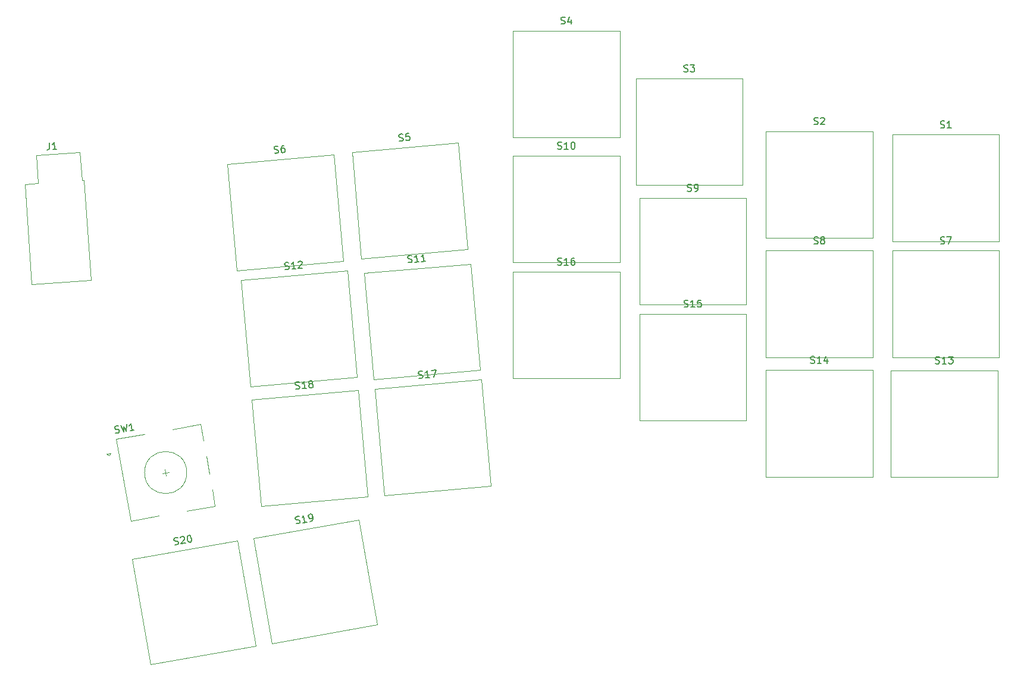
<source format=gbr>
%TF.GenerationSoftware,KiCad,Pcbnew,9.0.6-1.fc43*%
%TF.CreationDate,2026-01-15T13:14:43-05:00*%
%TF.ProjectId,Right,52696768-742e-46b6-9963-61645f706362,rev?*%
%TF.SameCoordinates,Original*%
%TF.FileFunction,Legend,Top*%
%TF.FilePolarity,Positive*%
%FSLAX46Y46*%
G04 Gerber Fmt 4.6, Leading zero omitted, Abs format (unit mm)*
G04 Created by KiCad (PCBNEW 9.0.6-1.fc43) date 2026-01-15 13:14:43*
%MOMM*%
%LPD*%
G01*
G04 APERTURE LIST*
%ADD10C,0.150000*%
%ADD11C,0.120000*%
G04 APERTURE END LIST*
D10*
X131846775Y-87568448D02*
X131993239Y-87603435D01*
X131993239Y-87603435D02*
X132230428Y-87582684D01*
X132230428Y-87582684D02*
X132321153Y-87526945D01*
X132321153Y-87526945D02*
X132364441Y-87475357D01*
X132364441Y-87475357D02*
X132403578Y-87376331D01*
X132403578Y-87376331D02*
X132395278Y-87281456D01*
X132395278Y-87281456D02*
X132339539Y-87190730D01*
X132339539Y-87190730D02*
X132287951Y-87147443D01*
X132287951Y-87147443D02*
X132188925Y-87108305D01*
X132188925Y-87108305D02*
X131995023Y-87077469D01*
X131995023Y-87077469D02*
X131895998Y-87038331D01*
X131895998Y-87038331D02*
X131844409Y-86995044D01*
X131844409Y-86995044D02*
X131788671Y-86904318D01*
X131788671Y-86904318D02*
X131780370Y-86809443D01*
X131780370Y-86809443D02*
X131819508Y-86710417D01*
X131819508Y-86710417D02*
X131862795Y-86658828D01*
X131862795Y-86658828D02*
X131953521Y-86603090D01*
X131953521Y-86603090D02*
X132190710Y-86582339D01*
X132190710Y-86582339D02*
X132337174Y-86617326D01*
X133368936Y-87483077D02*
X132799682Y-87532880D01*
X133084309Y-87507979D02*
X132997153Y-86511784D01*
X132997153Y-86511784D02*
X132914728Y-86662398D01*
X132914728Y-86662398D02*
X132828153Y-86765574D01*
X132828153Y-86765574D02*
X132737428Y-86821313D01*
X133669584Y-86548556D02*
X133712871Y-86496968D01*
X133712871Y-86496968D02*
X133803597Y-86441229D01*
X133803597Y-86441229D02*
X134040786Y-86420478D01*
X134040786Y-86420478D02*
X134139812Y-86459615D01*
X134139812Y-86459615D02*
X134191400Y-86502903D01*
X134191400Y-86502903D02*
X134247138Y-86593628D01*
X134247138Y-86593628D02*
X134255439Y-86688504D01*
X134255439Y-86688504D02*
X134220452Y-86834968D01*
X134220452Y-86834968D02*
X133701001Y-87454025D01*
X133701001Y-87454025D02*
X134317693Y-87400072D01*
X116138591Y-126752736D02*
X116287546Y-126774825D01*
X116287546Y-126774825D02*
X116522024Y-126733480D01*
X116522024Y-126733480D02*
X116607547Y-126670047D01*
X116607547Y-126670047D02*
X116646173Y-126614882D01*
X116646173Y-126614882D02*
X116676531Y-126512822D01*
X116676531Y-126512822D02*
X116659993Y-126419031D01*
X116659993Y-126419031D02*
X116596560Y-126333508D01*
X116596560Y-126333508D02*
X116541395Y-126294882D01*
X116541395Y-126294882D02*
X116439335Y-126264524D01*
X116439335Y-126264524D02*
X116243483Y-126250704D01*
X116243483Y-126250704D02*
X116141423Y-126220347D01*
X116141423Y-126220347D02*
X116086259Y-126181720D01*
X116086259Y-126181720D02*
X116022825Y-126096198D01*
X116022825Y-126096198D02*
X116006287Y-126002406D01*
X116006287Y-126002406D02*
X116036645Y-125900346D01*
X116036645Y-125900346D02*
X116075272Y-125845182D01*
X116075272Y-125845182D02*
X116160794Y-125781748D01*
X116160794Y-125781748D02*
X116395272Y-125740403D01*
X116395272Y-125740403D02*
X116544228Y-125762492D01*
X116927662Y-125743236D02*
X116966288Y-125688071D01*
X116966288Y-125688071D02*
X117051810Y-125624638D01*
X117051810Y-125624638D02*
X117286289Y-125583293D01*
X117286289Y-125583293D02*
X117388349Y-125613651D01*
X117388349Y-125613651D02*
X117443513Y-125652277D01*
X117443513Y-125652277D02*
X117506947Y-125737800D01*
X117506947Y-125737800D02*
X117523485Y-125831591D01*
X117523485Y-125831591D02*
X117501396Y-125980547D01*
X117501396Y-125980547D02*
X117037876Y-126642521D01*
X117037876Y-126642521D02*
X117647519Y-126535025D01*
X118083514Y-125442721D02*
X118177305Y-125426183D01*
X118177305Y-125426183D02*
X118279365Y-125456540D01*
X118279365Y-125456540D02*
X118334530Y-125495167D01*
X118334530Y-125495167D02*
X118397963Y-125580689D01*
X118397963Y-125580689D02*
X118477935Y-125760003D01*
X118477935Y-125760003D02*
X118519280Y-125994481D01*
X118519280Y-125994481D02*
X118505460Y-126190332D01*
X118505460Y-126190332D02*
X118475102Y-126292392D01*
X118475102Y-126292392D02*
X118436476Y-126347557D01*
X118436476Y-126347557D02*
X118350953Y-126410991D01*
X118350953Y-126410991D02*
X118257162Y-126427528D01*
X118257162Y-126427528D02*
X118155102Y-126397171D01*
X118155102Y-126397171D02*
X118099937Y-126358544D01*
X118099937Y-126358544D02*
X118036504Y-126273022D01*
X118036504Y-126273022D02*
X117956532Y-126093708D01*
X117956532Y-126093708D02*
X117915188Y-125859230D01*
X117915188Y-125859230D02*
X117929007Y-125663379D01*
X117929007Y-125663379D02*
X117959365Y-125561319D01*
X117959365Y-125561319D02*
X117997992Y-125506154D01*
X117997992Y-125506154D02*
X118083514Y-125442721D01*
X150867704Y-103047805D02*
X151014168Y-103082792D01*
X151014168Y-103082792D02*
X151251357Y-103062041D01*
X151251357Y-103062041D02*
X151342082Y-103006302D01*
X151342082Y-103006302D02*
X151385370Y-102954714D01*
X151385370Y-102954714D02*
X151424507Y-102855688D01*
X151424507Y-102855688D02*
X151416207Y-102760813D01*
X151416207Y-102760813D02*
X151360468Y-102670087D01*
X151360468Y-102670087D02*
X151308880Y-102626800D01*
X151308880Y-102626800D02*
X151209854Y-102587662D01*
X151209854Y-102587662D02*
X151015952Y-102556826D01*
X151015952Y-102556826D02*
X150916927Y-102517688D01*
X150916927Y-102517688D02*
X150865338Y-102474401D01*
X150865338Y-102474401D02*
X150809600Y-102383675D01*
X150809600Y-102383675D02*
X150801299Y-102288800D01*
X150801299Y-102288800D02*
X150840437Y-102189774D01*
X150840437Y-102189774D02*
X150883724Y-102138185D01*
X150883724Y-102138185D02*
X150974450Y-102082447D01*
X150974450Y-102082447D02*
X151211639Y-102061696D01*
X151211639Y-102061696D02*
X151358103Y-102096683D01*
X152389865Y-102962434D02*
X151820611Y-103012237D01*
X152105238Y-102987336D02*
X152018082Y-101991141D01*
X152018082Y-101991141D02*
X151935657Y-102141755D01*
X151935657Y-102141755D02*
X151849082Y-102244931D01*
X151849082Y-102244931D02*
X151758357Y-102300670D01*
X152634774Y-101937188D02*
X153298904Y-101879084D01*
X153298904Y-101879084D02*
X152959119Y-102912631D01*
X170611905Y-70407200D02*
X170754762Y-70454819D01*
X170754762Y-70454819D02*
X170992857Y-70454819D01*
X170992857Y-70454819D02*
X171088095Y-70407200D01*
X171088095Y-70407200D02*
X171135714Y-70359580D01*
X171135714Y-70359580D02*
X171183333Y-70264342D01*
X171183333Y-70264342D02*
X171183333Y-70169104D01*
X171183333Y-70169104D02*
X171135714Y-70073866D01*
X171135714Y-70073866D02*
X171088095Y-70026247D01*
X171088095Y-70026247D02*
X170992857Y-69978628D01*
X170992857Y-69978628D02*
X170802381Y-69931009D01*
X170802381Y-69931009D02*
X170707143Y-69883390D01*
X170707143Y-69883390D02*
X170659524Y-69835771D01*
X170659524Y-69835771D02*
X170611905Y-69740533D01*
X170611905Y-69740533D02*
X170611905Y-69645295D01*
X170611905Y-69645295D02*
X170659524Y-69550057D01*
X170659524Y-69550057D02*
X170707143Y-69502438D01*
X170707143Y-69502438D02*
X170802381Y-69454819D01*
X170802381Y-69454819D02*
X171040476Y-69454819D01*
X171040476Y-69454819D02*
X171183333Y-69502438D01*
X172135714Y-70454819D02*
X171564286Y-70454819D01*
X171850000Y-70454819D02*
X171850000Y-69454819D01*
X171850000Y-69454819D02*
X171754762Y-69597676D01*
X171754762Y-69597676D02*
X171659524Y-69692914D01*
X171659524Y-69692914D02*
X171564286Y-69740533D01*
X172754762Y-69454819D02*
X172850000Y-69454819D01*
X172850000Y-69454819D02*
X172945238Y-69502438D01*
X172945238Y-69502438D02*
X172992857Y-69550057D01*
X172992857Y-69550057D02*
X173040476Y-69645295D01*
X173040476Y-69645295D02*
X173088095Y-69835771D01*
X173088095Y-69835771D02*
X173088095Y-70073866D01*
X173088095Y-70073866D02*
X173040476Y-70264342D01*
X173040476Y-70264342D02*
X172992857Y-70359580D01*
X172992857Y-70359580D02*
X172945238Y-70407200D01*
X172945238Y-70407200D02*
X172850000Y-70454819D01*
X172850000Y-70454819D02*
X172754762Y-70454819D01*
X172754762Y-70454819D02*
X172659524Y-70407200D01*
X172659524Y-70407200D02*
X172611905Y-70359580D01*
X172611905Y-70359580D02*
X172564286Y-70264342D01*
X172564286Y-70264342D02*
X172516667Y-70073866D01*
X172516667Y-70073866D02*
X172516667Y-69835771D01*
X172516667Y-69835771D02*
X172564286Y-69645295D01*
X172564286Y-69645295D02*
X172611905Y-69550057D01*
X172611905Y-69550057D02*
X172659524Y-69502438D01*
X172659524Y-69502438D02*
X172754762Y-69454819D01*
X148086043Y-69293508D02*
X148232507Y-69328495D01*
X148232507Y-69328495D02*
X148469696Y-69307744D01*
X148469696Y-69307744D02*
X148560421Y-69252006D01*
X148560421Y-69252006D02*
X148603709Y-69200418D01*
X148603709Y-69200418D02*
X148642846Y-69101392D01*
X148642846Y-69101392D02*
X148634546Y-69006516D01*
X148634546Y-69006516D02*
X148578807Y-68915790D01*
X148578807Y-68915790D02*
X148527219Y-68872503D01*
X148527219Y-68872503D02*
X148428193Y-68833366D01*
X148428193Y-68833366D02*
X148234291Y-68802529D01*
X148234291Y-68802529D02*
X148135265Y-68763392D01*
X148135265Y-68763392D02*
X148083677Y-68720104D01*
X148083677Y-68720104D02*
X148027939Y-68629379D01*
X148027939Y-68629379D02*
X148019638Y-68534503D01*
X148019638Y-68534503D02*
X148058776Y-68435477D01*
X148058776Y-68435477D02*
X148102063Y-68383889D01*
X148102063Y-68383889D02*
X148192789Y-68328150D01*
X148192789Y-68328150D02*
X148429978Y-68307399D01*
X148429978Y-68307399D02*
X148576442Y-68342386D01*
X149473610Y-68216093D02*
X148999232Y-68257596D01*
X148999232Y-68257596D02*
X148993297Y-68736124D01*
X148993297Y-68736124D02*
X149036585Y-68684536D01*
X149036585Y-68684536D02*
X149127310Y-68628798D01*
X149127310Y-68628798D02*
X149364499Y-68608047D01*
X149364499Y-68608047D02*
X149463525Y-68647184D01*
X149463525Y-68647184D02*
X149515113Y-68690471D01*
X149515113Y-68690471D02*
X149570852Y-68781197D01*
X149570852Y-68781197D02*
X149591603Y-69018386D01*
X149591603Y-69018386D02*
X149552466Y-69117412D01*
X149552466Y-69117412D02*
X149509178Y-69169000D01*
X149509178Y-69169000D02*
X149418453Y-69224739D01*
X149418453Y-69224739D02*
X149181263Y-69245490D01*
X149181263Y-69245490D02*
X149082238Y-69206353D01*
X149082238Y-69206353D02*
X149030649Y-69163065D01*
X225088095Y-67407200D02*
X225230952Y-67454819D01*
X225230952Y-67454819D02*
X225469047Y-67454819D01*
X225469047Y-67454819D02*
X225564285Y-67407200D01*
X225564285Y-67407200D02*
X225611904Y-67359580D01*
X225611904Y-67359580D02*
X225659523Y-67264342D01*
X225659523Y-67264342D02*
X225659523Y-67169104D01*
X225659523Y-67169104D02*
X225611904Y-67073866D01*
X225611904Y-67073866D02*
X225564285Y-67026247D01*
X225564285Y-67026247D02*
X225469047Y-66978628D01*
X225469047Y-66978628D02*
X225278571Y-66931009D01*
X225278571Y-66931009D02*
X225183333Y-66883390D01*
X225183333Y-66883390D02*
X225135714Y-66835771D01*
X225135714Y-66835771D02*
X225088095Y-66740533D01*
X225088095Y-66740533D02*
X225088095Y-66645295D01*
X225088095Y-66645295D02*
X225135714Y-66550057D01*
X225135714Y-66550057D02*
X225183333Y-66502438D01*
X225183333Y-66502438D02*
X225278571Y-66454819D01*
X225278571Y-66454819D02*
X225516666Y-66454819D01*
X225516666Y-66454819D02*
X225659523Y-66502438D01*
X226611904Y-67454819D02*
X226040476Y-67454819D01*
X226326190Y-67454819D02*
X226326190Y-66454819D01*
X226326190Y-66454819D02*
X226230952Y-66597676D01*
X226230952Y-66597676D02*
X226135714Y-66692914D01*
X226135714Y-66692914D02*
X226040476Y-66740533D01*
X149346775Y-86568448D02*
X149493239Y-86603435D01*
X149493239Y-86603435D02*
X149730428Y-86582684D01*
X149730428Y-86582684D02*
X149821153Y-86526945D01*
X149821153Y-86526945D02*
X149864441Y-86475357D01*
X149864441Y-86475357D02*
X149903578Y-86376331D01*
X149903578Y-86376331D02*
X149895278Y-86281456D01*
X149895278Y-86281456D02*
X149839539Y-86190730D01*
X149839539Y-86190730D02*
X149787951Y-86147443D01*
X149787951Y-86147443D02*
X149688925Y-86108305D01*
X149688925Y-86108305D02*
X149495023Y-86077469D01*
X149495023Y-86077469D02*
X149395998Y-86038331D01*
X149395998Y-86038331D02*
X149344409Y-85995044D01*
X149344409Y-85995044D02*
X149288671Y-85904318D01*
X149288671Y-85904318D02*
X149280370Y-85809443D01*
X149280370Y-85809443D02*
X149319508Y-85710417D01*
X149319508Y-85710417D02*
X149362795Y-85658828D01*
X149362795Y-85658828D02*
X149453521Y-85603090D01*
X149453521Y-85603090D02*
X149690710Y-85582339D01*
X149690710Y-85582339D02*
X149837174Y-85617326D01*
X150868936Y-86483077D02*
X150299682Y-86532880D01*
X150584309Y-86507979D02*
X150497153Y-85511784D01*
X150497153Y-85511784D02*
X150414728Y-85662398D01*
X150414728Y-85662398D02*
X150328153Y-85765574D01*
X150328153Y-85765574D02*
X150237428Y-85821313D01*
X151817693Y-86400072D02*
X151248439Y-86449875D01*
X151533066Y-86424973D02*
X151445910Y-85428779D01*
X151445910Y-85428779D02*
X151363485Y-85579393D01*
X151363485Y-85579393D02*
X151276910Y-85682569D01*
X151276910Y-85682569D02*
X151186185Y-85738307D01*
X133415954Y-123752736D02*
X133564909Y-123774825D01*
X133564909Y-123774825D02*
X133799387Y-123733480D01*
X133799387Y-123733480D02*
X133884910Y-123670047D01*
X133884910Y-123670047D02*
X133923536Y-123614882D01*
X133923536Y-123614882D02*
X133953894Y-123512822D01*
X133953894Y-123512822D02*
X133937356Y-123419031D01*
X133937356Y-123419031D02*
X133873923Y-123333508D01*
X133873923Y-123333508D02*
X133818758Y-123294882D01*
X133818758Y-123294882D02*
X133716698Y-123264524D01*
X133716698Y-123264524D02*
X133520846Y-123250704D01*
X133520846Y-123250704D02*
X133418786Y-123220347D01*
X133418786Y-123220347D02*
X133363622Y-123181720D01*
X133363622Y-123181720D02*
X133300188Y-123096198D01*
X133300188Y-123096198D02*
X133283650Y-123002406D01*
X133283650Y-123002406D02*
X133314008Y-122900346D01*
X133314008Y-122900346D02*
X133352635Y-122845182D01*
X133352635Y-122845182D02*
X133438157Y-122781748D01*
X133438157Y-122781748D02*
X133672635Y-122740403D01*
X133672635Y-122740403D02*
X133821591Y-122762492D01*
X134924882Y-123535025D02*
X134362135Y-123634253D01*
X134643508Y-123584639D02*
X134469860Y-122599831D01*
X134469860Y-122599831D02*
X134400876Y-122757056D01*
X134400876Y-122757056D02*
X134323623Y-122867385D01*
X134323623Y-122867385D02*
X134238100Y-122930818D01*
X135393838Y-123452335D02*
X135581421Y-123419260D01*
X135581421Y-123419260D02*
X135666943Y-123355826D01*
X135666943Y-123355826D02*
X135705570Y-123300661D01*
X135705570Y-123300661D02*
X135774554Y-123143437D01*
X135774554Y-123143437D02*
X135788374Y-122947585D01*
X135788374Y-122947585D02*
X135722222Y-122572420D01*
X135722222Y-122572420D02*
X135658788Y-122486898D01*
X135658788Y-122486898D02*
X135603624Y-122448272D01*
X135603624Y-122448272D02*
X135501564Y-122417914D01*
X135501564Y-122417914D02*
X135313981Y-122450990D01*
X135313981Y-122450990D02*
X135228459Y-122514423D01*
X135228459Y-122514423D02*
X135189832Y-122569588D01*
X135189832Y-122569588D02*
X135159475Y-122671648D01*
X135159475Y-122671648D02*
X135200819Y-122906126D01*
X135200819Y-122906126D02*
X135264253Y-122991648D01*
X135264253Y-122991648D02*
X135319418Y-123030275D01*
X135319418Y-123030275D02*
X135421478Y-123060633D01*
X135421478Y-123060633D02*
X135609060Y-123027557D01*
X135609060Y-123027557D02*
X135694582Y-122964123D01*
X135694582Y-122964123D02*
X135733209Y-122908959D01*
X135733209Y-122908959D02*
X135763567Y-122806898D01*
X207088095Y-83907200D02*
X207230952Y-83954819D01*
X207230952Y-83954819D02*
X207469047Y-83954819D01*
X207469047Y-83954819D02*
X207564285Y-83907200D01*
X207564285Y-83907200D02*
X207611904Y-83859580D01*
X207611904Y-83859580D02*
X207659523Y-83764342D01*
X207659523Y-83764342D02*
X207659523Y-83669104D01*
X207659523Y-83669104D02*
X207611904Y-83573866D01*
X207611904Y-83573866D02*
X207564285Y-83526247D01*
X207564285Y-83526247D02*
X207469047Y-83478628D01*
X207469047Y-83478628D02*
X207278571Y-83431009D01*
X207278571Y-83431009D02*
X207183333Y-83383390D01*
X207183333Y-83383390D02*
X207135714Y-83335771D01*
X207135714Y-83335771D02*
X207088095Y-83240533D01*
X207088095Y-83240533D02*
X207088095Y-83145295D01*
X207088095Y-83145295D02*
X207135714Y-83050057D01*
X207135714Y-83050057D02*
X207183333Y-83002438D01*
X207183333Y-83002438D02*
X207278571Y-82954819D01*
X207278571Y-82954819D02*
X207516666Y-82954819D01*
X207516666Y-82954819D02*
X207659523Y-83002438D01*
X208230952Y-83383390D02*
X208135714Y-83335771D01*
X208135714Y-83335771D02*
X208088095Y-83288152D01*
X208088095Y-83288152D02*
X208040476Y-83192914D01*
X208040476Y-83192914D02*
X208040476Y-83145295D01*
X208040476Y-83145295D02*
X208088095Y-83050057D01*
X208088095Y-83050057D02*
X208135714Y-83002438D01*
X208135714Y-83002438D02*
X208230952Y-82954819D01*
X208230952Y-82954819D02*
X208421428Y-82954819D01*
X208421428Y-82954819D02*
X208516666Y-83002438D01*
X208516666Y-83002438D02*
X208564285Y-83050057D01*
X208564285Y-83050057D02*
X208611904Y-83145295D01*
X208611904Y-83145295D02*
X208611904Y-83192914D01*
X208611904Y-83192914D02*
X208564285Y-83288152D01*
X208564285Y-83288152D02*
X208516666Y-83335771D01*
X208516666Y-83335771D02*
X208421428Y-83383390D01*
X208421428Y-83383390D02*
X208230952Y-83383390D01*
X208230952Y-83383390D02*
X208135714Y-83431009D01*
X208135714Y-83431009D02*
X208088095Y-83478628D01*
X208088095Y-83478628D02*
X208040476Y-83573866D01*
X208040476Y-83573866D02*
X208040476Y-83764342D01*
X208040476Y-83764342D02*
X208088095Y-83859580D01*
X208088095Y-83859580D02*
X208135714Y-83907200D01*
X208135714Y-83907200D02*
X208230952Y-83954819D01*
X208230952Y-83954819D02*
X208421428Y-83954819D01*
X208421428Y-83954819D02*
X208516666Y-83907200D01*
X208516666Y-83907200D02*
X208564285Y-83859580D01*
X208564285Y-83859580D02*
X208611904Y-83764342D01*
X208611904Y-83764342D02*
X208611904Y-83573866D01*
X208611904Y-83573866D02*
X208564285Y-83478628D01*
X208564285Y-83478628D02*
X208516666Y-83431009D01*
X208516666Y-83431009D02*
X208421428Y-83383390D01*
X171088095Y-52607200D02*
X171230952Y-52654819D01*
X171230952Y-52654819D02*
X171469047Y-52654819D01*
X171469047Y-52654819D02*
X171564285Y-52607200D01*
X171564285Y-52607200D02*
X171611904Y-52559580D01*
X171611904Y-52559580D02*
X171659523Y-52464342D01*
X171659523Y-52464342D02*
X171659523Y-52369104D01*
X171659523Y-52369104D02*
X171611904Y-52273866D01*
X171611904Y-52273866D02*
X171564285Y-52226247D01*
X171564285Y-52226247D02*
X171469047Y-52178628D01*
X171469047Y-52178628D02*
X171278571Y-52131009D01*
X171278571Y-52131009D02*
X171183333Y-52083390D01*
X171183333Y-52083390D02*
X171135714Y-52035771D01*
X171135714Y-52035771D02*
X171088095Y-51940533D01*
X171088095Y-51940533D02*
X171088095Y-51845295D01*
X171088095Y-51845295D02*
X171135714Y-51750057D01*
X171135714Y-51750057D02*
X171183333Y-51702438D01*
X171183333Y-51702438D02*
X171278571Y-51654819D01*
X171278571Y-51654819D02*
X171516666Y-51654819D01*
X171516666Y-51654819D02*
X171659523Y-51702438D01*
X172516666Y-51988152D02*
X172516666Y-52654819D01*
X172278571Y-51607200D02*
X172040476Y-52321485D01*
X172040476Y-52321485D02*
X172659523Y-52321485D01*
X130342082Y-71006302D02*
X130488546Y-71041289D01*
X130488546Y-71041289D02*
X130725735Y-71020538D01*
X130725735Y-71020538D02*
X130816460Y-70964800D01*
X130816460Y-70964800D02*
X130859748Y-70913212D01*
X130859748Y-70913212D02*
X130898885Y-70814186D01*
X130898885Y-70814186D02*
X130890585Y-70719310D01*
X130890585Y-70719310D02*
X130834846Y-70628584D01*
X130834846Y-70628584D02*
X130783258Y-70585297D01*
X130783258Y-70585297D02*
X130684232Y-70546160D01*
X130684232Y-70546160D02*
X130490330Y-70515323D01*
X130490330Y-70515323D02*
X130391304Y-70476186D01*
X130391304Y-70476186D02*
X130339716Y-70432898D01*
X130339716Y-70432898D02*
X130283978Y-70342173D01*
X130283978Y-70342173D02*
X130275677Y-70247297D01*
X130275677Y-70247297D02*
X130314815Y-70148271D01*
X130314815Y-70148271D02*
X130358102Y-70096683D01*
X130358102Y-70096683D02*
X130448828Y-70040944D01*
X130448828Y-70040944D02*
X130686017Y-70020193D01*
X130686017Y-70020193D02*
X130832481Y-70055180D01*
X131682212Y-69933037D02*
X131492460Y-69949638D01*
X131492460Y-69949638D02*
X131401735Y-70005377D01*
X131401735Y-70005377D02*
X131358447Y-70056965D01*
X131358447Y-70056965D02*
X131276022Y-70207579D01*
X131276022Y-70207579D02*
X131245186Y-70401481D01*
X131245186Y-70401481D02*
X131278388Y-70780983D01*
X131278388Y-70780983D02*
X131334126Y-70871709D01*
X131334126Y-70871709D02*
X131385714Y-70914996D01*
X131385714Y-70914996D02*
X131484740Y-70954134D01*
X131484740Y-70954134D02*
X131674492Y-70937533D01*
X131674492Y-70937533D02*
X131765217Y-70881794D01*
X131765217Y-70881794D02*
X131808505Y-70830206D01*
X131808505Y-70830206D02*
X131847642Y-70731180D01*
X131847642Y-70731180D02*
X131826891Y-70493991D01*
X131826891Y-70493991D02*
X131771152Y-70403265D01*
X131771152Y-70403265D02*
X131719564Y-70359978D01*
X131719564Y-70359978D02*
X131620538Y-70320841D01*
X131620538Y-70320841D02*
X131430787Y-70337442D01*
X131430787Y-70337442D02*
X131340061Y-70393180D01*
X131340061Y-70393180D02*
X131296774Y-70444768D01*
X131296774Y-70444768D02*
X131257637Y-70543794D01*
X224386905Y-100957200D02*
X224529762Y-101004819D01*
X224529762Y-101004819D02*
X224767857Y-101004819D01*
X224767857Y-101004819D02*
X224863095Y-100957200D01*
X224863095Y-100957200D02*
X224910714Y-100909580D01*
X224910714Y-100909580D02*
X224958333Y-100814342D01*
X224958333Y-100814342D02*
X224958333Y-100719104D01*
X224958333Y-100719104D02*
X224910714Y-100623866D01*
X224910714Y-100623866D02*
X224863095Y-100576247D01*
X224863095Y-100576247D02*
X224767857Y-100528628D01*
X224767857Y-100528628D02*
X224577381Y-100481009D01*
X224577381Y-100481009D02*
X224482143Y-100433390D01*
X224482143Y-100433390D02*
X224434524Y-100385771D01*
X224434524Y-100385771D02*
X224386905Y-100290533D01*
X224386905Y-100290533D02*
X224386905Y-100195295D01*
X224386905Y-100195295D02*
X224434524Y-100100057D01*
X224434524Y-100100057D02*
X224482143Y-100052438D01*
X224482143Y-100052438D02*
X224577381Y-100004819D01*
X224577381Y-100004819D02*
X224815476Y-100004819D01*
X224815476Y-100004819D02*
X224958333Y-100052438D01*
X225910714Y-101004819D02*
X225339286Y-101004819D01*
X225625000Y-101004819D02*
X225625000Y-100004819D01*
X225625000Y-100004819D02*
X225529762Y-100147676D01*
X225529762Y-100147676D02*
X225434524Y-100242914D01*
X225434524Y-100242914D02*
X225339286Y-100290533D01*
X226244048Y-100004819D02*
X226863095Y-100004819D01*
X226863095Y-100004819D02*
X226529762Y-100385771D01*
X226529762Y-100385771D02*
X226672619Y-100385771D01*
X226672619Y-100385771D02*
X226767857Y-100433390D01*
X226767857Y-100433390D02*
X226815476Y-100481009D01*
X226815476Y-100481009D02*
X226863095Y-100576247D01*
X226863095Y-100576247D02*
X226863095Y-100814342D01*
X226863095Y-100814342D02*
X226815476Y-100909580D01*
X226815476Y-100909580D02*
X226767857Y-100957200D01*
X226767857Y-100957200D02*
X226672619Y-101004819D01*
X226672619Y-101004819D02*
X226386905Y-101004819D01*
X226386905Y-101004819D02*
X226291667Y-100957200D01*
X226291667Y-100957200D02*
X226244048Y-100909580D01*
X188611905Y-92907200D02*
X188754762Y-92954819D01*
X188754762Y-92954819D02*
X188992857Y-92954819D01*
X188992857Y-92954819D02*
X189088095Y-92907200D01*
X189088095Y-92907200D02*
X189135714Y-92859580D01*
X189135714Y-92859580D02*
X189183333Y-92764342D01*
X189183333Y-92764342D02*
X189183333Y-92669104D01*
X189183333Y-92669104D02*
X189135714Y-92573866D01*
X189135714Y-92573866D02*
X189088095Y-92526247D01*
X189088095Y-92526247D02*
X188992857Y-92478628D01*
X188992857Y-92478628D02*
X188802381Y-92431009D01*
X188802381Y-92431009D02*
X188707143Y-92383390D01*
X188707143Y-92383390D02*
X188659524Y-92335771D01*
X188659524Y-92335771D02*
X188611905Y-92240533D01*
X188611905Y-92240533D02*
X188611905Y-92145295D01*
X188611905Y-92145295D02*
X188659524Y-92050057D01*
X188659524Y-92050057D02*
X188707143Y-92002438D01*
X188707143Y-92002438D02*
X188802381Y-91954819D01*
X188802381Y-91954819D02*
X189040476Y-91954819D01*
X189040476Y-91954819D02*
X189183333Y-92002438D01*
X190135714Y-92954819D02*
X189564286Y-92954819D01*
X189850000Y-92954819D02*
X189850000Y-91954819D01*
X189850000Y-91954819D02*
X189754762Y-92097676D01*
X189754762Y-92097676D02*
X189659524Y-92192914D01*
X189659524Y-92192914D02*
X189564286Y-92240533D01*
X191040476Y-91954819D02*
X190564286Y-91954819D01*
X190564286Y-91954819D02*
X190516667Y-92431009D01*
X190516667Y-92431009D02*
X190564286Y-92383390D01*
X190564286Y-92383390D02*
X190659524Y-92335771D01*
X190659524Y-92335771D02*
X190897619Y-92335771D01*
X190897619Y-92335771D02*
X190992857Y-92383390D01*
X190992857Y-92383390D02*
X191040476Y-92431009D01*
X191040476Y-92431009D02*
X191088095Y-92526247D01*
X191088095Y-92526247D02*
X191088095Y-92764342D01*
X191088095Y-92764342D02*
X191040476Y-92859580D01*
X191040476Y-92859580D02*
X190992857Y-92907200D01*
X190992857Y-92907200D02*
X190897619Y-92954819D01*
X190897619Y-92954819D02*
X190659524Y-92954819D01*
X190659524Y-92954819D02*
X190564286Y-92907200D01*
X190564286Y-92907200D02*
X190516667Y-92859580D01*
X98279276Y-69538135D02*
X98329102Y-70250680D01*
X98329102Y-70250680D02*
X98291564Y-70396511D01*
X98291564Y-70396511D02*
X98203202Y-70498161D01*
X98203202Y-70498161D02*
X98064014Y-70555629D01*
X98064014Y-70555629D02*
X97969008Y-70562273D01*
X99346597Y-70465942D02*
X98776560Y-70505803D01*
X99061579Y-70485873D02*
X98991822Y-69488309D01*
X98991822Y-69488309D02*
X98906781Y-69637461D01*
X98906781Y-69637461D02*
X98818419Y-69739111D01*
X98818419Y-69739111D02*
X98726734Y-69793257D01*
X188588095Y-59407200D02*
X188730952Y-59454819D01*
X188730952Y-59454819D02*
X188969047Y-59454819D01*
X188969047Y-59454819D02*
X189064285Y-59407200D01*
X189064285Y-59407200D02*
X189111904Y-59359580D01*
X189111904Y-59359580D02*
X189159523Y-59264342D01*
X189159523Y-59264342D02*
X189159523Y-59169104D01*
X189159523Y-59169104D02*
X189111904Y-59073866D01*
X189111904Y-59073866D02*
X189064285Y-59026247D01*
X189064285Y-59026247D02*
X188969047Y-58978628D01*
X188969047Y-58978628D02*
X188778571Y-58931009D01*
X188778571Y-58931009D02*
X188683333Y-58883390D01*
X188683333Y-58883390D02*
X188635714Y-58835771D01*
X188635714Y-58835771D02*
X188588095Y-58740533D01*
X188588095Y-58740533D02*
X188588095Y-58645295D01*
X188588095Y-58645295D02*
X188635714Y-58550057D01*
X188635714Y-58550057D02*
X188683333Y-58502438D01*
X188683333Y-58502438D02*
X188778571Y-58454819D01*
X188778571Y-58454819D02*
X189016666Y-58454819D01*
X189016666Y-58454819D02*
X189159523Y-58502438D01*
X189492857Y-58454819D02*
X190111904Y-58454819D01*
X190111904Y-58454819D02*
X189778571Y-58835771D01*
X189778571Y-58835771D02*
X189921428Y-58835771D01*
X189921428Y-58835771D02*
X190016666Y-58883390D01*
X190016666Y-58883390D02*
X190064285Y-58931009D01*
X190064285Y-58931009D02*
X190111904Y-59026247D01*
X190111904Y-59026247D02*
X190111904Y-59264342D01*
X190111904Y-59264342D02*
X190064285Y-59359580D01*
X190064285Y-59359580D02*
X190016666Y-59407200D01*
X190016666Y-59407200D02*
X189921428Y-59454819D01*
X189921428Y-59454819D02*
X189635714Y-59454819D01*
X189635714Y-59454819D02*
X189540476Y-59407200D01*
X189540476Y-59407200D02*
X189492857Y-59359580D01*
X189088095Y-76407200D02*
X189230952Y-76454819D01*
X189230952Y-76454819D02*
X189469047Y-76454819D01*
X189469047Y-76454819D02*
X189564285Y-76407200D01*
X189564285Y-76407200D02*
X189611904Y-76359580D01*
X189611904Y-76359580D02*
X189659523Y-76264342D01*
X189659523Y-76264342D02*
X189659523Y-76169104D01*
X189659523Y-76169104D02*
X189611904Y-76073866D01*
X189611904Y-76073866D02*
X189564285Y-76026247D01*
X189564285Y-76026247D02*
X189469047Y-75978628D01*
X189469047Y-75978628D02*
X189278571Y-75931009D01*
X189278571Y-75931009D02*
X189183333Y-75883390D01*
X189183333Y-75883390D02*
X189135714Y-75835771D01*
X189135714Y-75835771D02*
X189088095Y-75740533D01*
X189088095Y-75740533D02*
X189088095Y-75645295D01*
X189088095Y-75645295D02*
X189135714Y-75550057D01*
X189135714Y-75550057D02*
X189183333Y-75502438D01*
X189183333Y-75502438D02*
X189278571Y-75454819D01*
X189278571Y-75454819D02*
X189516666Y-75454819D01*
X189516666Y-75454819D02*
X189659523Y-75502438D01*
X190135714Y-76454819D02*
X190326190Y-76454819D01*
X190326190Y-76454819D02*
X190421428Y-76407200D01*
X190421428Y-76407200D02*
X190469047Y-76359580D01*
X190469047Y-76359580D02*
X190564285Y-76216723D01*
X190564285Y-76216723D02*
X190611904Y-76026247D01*
X190611904Y-76026247D02*
X190611904Y-75645295D01*
X190611904Y-75645295D02*
X190564285Y-75550057D01*
X190564285Y-75550057D02*
X190516666Y-75502438D01*
X190516666Y-75502438D02*
X190421428Y-75454819D01*
X190421428Y-75454819D02*
X190230952Y-75454819D01*
X190230952Y-75454819D02*
X190135714Y-75502438D01*
X190135714Y-75502438D02*
X190088095Y-75550057D01*
X190088095Y-75550057D02*
X190040476Y-75645295D01*
X190040476Y-75645295D02*
X190040476Y-75883390D01*
X190040476Y-75883390D02*
X190088095Y-75978628D01*
X190088095Y-75978628D02*
X190135714Y-76026247D01*
X190135714Y-76026247D02*
X190230952Y-76073866D01*
X190230952Y-76073866D02*
X190421428Y-76073866D01*
X190421428Y-76073866D02*
X190516666Y-76026247D01*
X190516666Y-76026247D02*
X190564285Y-75978628D01*
X190564285Y-75978628D02*
X190611904Y-75883390D01*
X225088095Y-83907200D02*
X225230952Y-83954819D01*
X225230952Y-83954819D02*
X225469047Y-83954819D01*
X225469047Y-83954819D02*
X225564285Y-83907200D01*
X225564285Y-83907200D02*
X225611904Y-83859580D01*
X225611904Y-83859580D02*
X225659523Y-83764342D01*
X225659523Y-83764342D02*
X225659523Y-83669104D01*
X225659523Y-83669104D02*
X225611904Y-83573866D01*
X225611904Y-83573866D02*
X225564285Y-83526247D01*
X225564285Y-83526247D02*
X225469047Y-83478628D01*
X225469047Y-83478628D02*
X225278571Y-83431009D01*
X225278571Y-83431009D02*
X225183333Y-83383390D01*
X225183333Y-83383390D02*
X225135714Y-83335771D01*
X225135714Y-83335771D02*
X225088095Y-83240533D01*
X225088095Y-83240533D02*
X225088095Y-83145295D01*
X225088095Y-83145295D02*
X225135714Y-83050057D01*
X225135714Y-83050057D02*
X225183333Y-83002438D01*
X225183333Y-83002438D02*
X225278571Y-82954819D01*
X225278571Y-82954819D02*
X225516666Y-82954819D01*
X225516666Y-82954819D02*
X225659523Y-83002438D01*
X225992857Y-82954819D02*
X226659523Y-82954819D01*
X226659523Y-82954819D02*
X226230952Y-83954819D01*
X206611905Y-100907200D02*
X206754762Y-100954819D01*
X206754762Y-100954819D02*
X206992857Y-100954819D01*
X206992857Y-100954819D02*
X207088095Y-100907200D01*
X207088095Y-100907200D02*
X207135714Y-100859580D01*
X207135714Y-100859580D02*
X207183333Y-100764342D01*
X207183333Y-100764342D02*
X207183333Y-100669104D01*
X207183333Y-100669104D02*
X207135714Y-100573866D01*
X207135714Y-100573866D02*
X207088095Y-100526247D01*
X207088095Y-100526247D02*
X206992857Y-100478628D01*
X206992857Y-100478628D02*
X206802381Y-100431009D01*
X206802381Y-100431009D02*
X206707143Y-100383390D01*
X206707143Y-100383390D02*
X206659524Y-100335771D01*
X206659524Y-100335771D02*
X206611905Y-100240533D01*
X206611905Y-100240533D02*
X206611905Y-100145295D01*
X206611905Y-100145295D02*
X206659524Y-100050057D01*
X206659524Y-100050057D02*
X206707143Y-100002438D01*
X206707143Y-100002438D02*
X206802381Y-99954819D01*
X206802381Y-99954819D02*
X207040476Y-99954819D01*
X207040476Y-99954819D02*
X207183333Y-100002438D01*
X208135714Y-100954819D02*
X207564286Y-100954819D01*
X207850000Y-100954819D02*
X207850000Y-99954819D01*
X207850000Y-99954819D02*
X207754762Y-100097676D01*
X207754762Y-100097676D02*
X207659524Y-100192914D01*
X207659524Y-100192914D02*
X207564286Y-100240533D01*
X208992857Y-100288152D02*
X208992857Y-100954819D01*
X208754762Y-99907200D02*
X208516667Y-100621485D01*
X208516667Y-100621485D02*
X209135714Y-100621485D01*
X207088095Y-66907200D02*
X207230952Y-66954819D01*
X207230952Y-66954819D02*
X207469047Y-66954819D01*
X207469047Y-66954819D02*
X207564285Y-66907200D01*
X207564285Y-66907200D02*
X207611904Y-66859580D01*
X207611904Y-66859580D02*
X207659523Y-66764342D01*
X207659523Y-66764342D02*
X207659523Y-66669104D01*
X207659523Y-66669104D02*
X207611904Y-66573866D01*
X207611904Y-66573866D02*
X207564285Y-66526247D01*
X207564285Y-66526247D02*
X207469047Y-66478628D01*
X207469047Y-66478628D02*
X207278571Y-66431009D01*
X207278571Y-66431009D02*
X207183333Y-66383390D01*
X207183333Y-66383390D02*
X207135714Y-66335771D01*
X207135714Y-66335771D02*
X207088095Y-66240533D01*
X207088095Y-66240533D02*
X207088095Y-66145295D01*
X207088095Y-66145295D02*
X207135714Y-66050057D01*
X207135714Y-66050057D02*
X207183333Y-66002438D01*
X207183333Y-66002438D02*
X207278571Y-65954819D01*
X207278571Y-65954819D02*
X207516666Y-65954819D01*
X207516666Y-65954819D02*
X207659523Y-66002438D01*
X208040476Y-66050057D02*
X208088095Y-66002438D01*
X208088095Y-66002438D02*
X208183333Y-65954819D01*
X208183333Y-65954819D02*
X208421428Y-65954819D01*
X208421428Y-65954819D02*
X208516666Y-66002438D01*
X208516666Y-66002438D02*
X208564285Y-66050057D01*
X208564285Y-66050057D02*
X208611904Y-66145295D01*
X208611904Y-66145295D02*
X208611904Y-66240533D01*
X208611904Y-66240533D02*
X208564285Y-66383390D01*
X208564285Y-66383390D02*
X207992857Y-66954819D01*
X207992857Y-66954819D02*
X208611904Y-66954819D01*
X107720718Y-110858075D02*
X107869673Y-110880164D01*
X107869673Y-110880164D02*
X108104151Y-110838819D01*
X108104151Y-110838819D02*
X108189674Y-110775385D01*
X108189674Y-110775385D02*
X108228300Y-110720221D01*
X108228300Y-110720221D02*
X108258658Y-110618161D01*
X108258658Y-110618161D02*
X108242120Y-110524369D01*
X108242120Y-110524369D02*
X108178687Y-110438847D01*
X108178687Y-110438847D02*
X108123522Y-110400221D01*
X108123522Y-110400221D02*
X108021462Y-110369863D01*
X108021462Y-110369863D02*
X107825610Y-110356043D01*
X107825610Y-110356043D02*
X107723550Y-110325685D01*
X107723550Y-110325685D02*
X107668386Y-110287059D01*
X107668386Y-110287059D02*
X107604952Y-110201537D01*
X107604952Y-110201537D02*
X107588414Y-110107745D01*
X107588414Y-110107745D02*
X107618772Y-110005685D01*
X107618772Y-110005685D02*
X107657399Y-109950521D01*
X107657399Y-109950521D02*
X107742921Y-109887087D01*
X107742921Y-109887087D02*
X107977399Y-109845742D01*
X107977399Y-109845742D02*
X108126355Y-109867831D01*
X108446355Y-109763053D02*
X108854481Y-110706516D01*
X108854481Y-110706516D02*
X108918029Y-109970006D01*
X108918029Y-109970006D02*
X109229646Y-110640364D01*
X109229646Y-110640364D02*
X109290476Y-109614211D01*
X110355140Y-110441909D02*
X109792393Y-110541136D01*
X110073767Y-110491523D02*
X109900119Y-109506715D01*
X109900119Y-109506715D02*
X109831134Y-109663940D01*
X109831134Y-109663940D02*
X109753881Y-109774269D01*
X109753881Y-109774269D02*
X109668359Y-109837702D01*
X170611905Y-86907200D02*
X170754762Y-86954819D01*
X170754762Y-86954819D02*
X170992857Y-86954819D01*
X170992857Y-86954819D02*
X171088095Y-86907200D01*
X171088095Y-86907200D02*
X171135714Y-86859580D01*
X171135714Y-86859580D02*
X171183333Y-86764342D01*
X171183333Y-86764342D02*
X171183333Y-86669104D01*
X171183333Y-86669104D02*
X171135714Y-86573866D01*
X171135714Y-86573866D02*
X171088095Y-86526247D01*
X171088095Y-86526247D02*
X170992857Y-86478628D01*
X170992857Y-86478628D02*
X170802381Y-86431009D01*
X170802381Y-86431009D02*
X170707143Y-86383390D01*
X170707143Y-86383390D02*
X170659524Y-86335771D01*
X170659524Y-86335771D02*
X170611905Y-86240533D01*
X170611905Y-86240533D02*
X170611905Y-86145295D01*
X170611905Y-86145295D02*
X170659524Y-86050057D01*
X170659524Y-86050057D02*
X170707143Y-86002438D01*
X170707143Y-86002438D02*
X170802381Y-85954819D01*
X170802381Y-85954819D02*
X171040476Y-85954819D01*
X171040476Y-85954819D02*
X171183333Y-86002438D01*
X172135714Y-86954819D02*
X171564286Y-86954819D01*
X171850000Y-86954819D02*
X171850000Y-85954819D01*
X171850000Y-85954819D02*
X171754762Y-86097676D01*
X171754762Y-86097676D02*
X171659524Y-86192914D01*
X171659524Y-86192914D02*
X171564286Y-86240533D01*
X172992857Y-85954819D02*
X172802381Y-85954819D01*
X172802381Y-85954819D02*
X172707143Y-86002438D01*
X172707143Y-86002438D02*
X172659524Y-86050057D01*
X172659524Y-86050057D02*
X172564286Y-86192914D01*
X172564286Y-86192914D02*
X172516667Y-86383390D01*
X172516667Y-86383390D02*
X172516667Y-86764342D01*
X172516667Y-86764342D02*
X172564286Y-86859580D01*
X172564286Y-86859580D02*
X172611905Y-86907200D01*
X172611905Y-86907200D02*
X172707143Y-86954819D01*
X172707143Y-86954819D02*
X172897619Y-86954819D01*
X172897619Y-86954819D02*
X172992857Y-86907200D01*
X172992857Y-86907200D02*
X173040476Y-86859580D01*
X173040476Y-86859580D02*
X173088095Y-86764342D01*
X173088095Y-86764342D02*
X173088095Y-86526247D01*
X173088095Y-86526247D02*
X173040476Y-86431009D01*
X173040476Y-86431009D02*
X172992857Y-86383390D01*
X172992857Y-86383390D02*
X172897619Y-86335771D01*
X172897619Y-86335771D02*
X172707143Y-86335771D01*
X172707143Y-86335771D02*
X172611905Y-86383390D01*
X172611905Y-86383390D02*
X172564286Y-86431009D01*
X172564286Y-86431009D02*
X172516667Y-86526247D01*
X133346775Y-104568448D02*
X133493239Y-104603435D01*
X133493239Y-104603435D02*
X133730428Y-104582684D01*
X133730428Y-104582684D02*
X133821153Y-104526945D01*
X133821153Y-104526945D02*
X133864441Y-104475357D01*
X133864441Y-104475357D02*
X133903578Y-104376331D01*
X133903578Y-104376331D02*
X133895278Y-104281456D01*
X133895278Y-104281456D02*
X133839539Y-104190730D01*
X133839539Y-104190730D02*
X133787951Y-104147443D01*
X133787951Y-104147443D02*
X133688925Y-104108305D01*
X133688925Y-104108305D02*
X133495023Y-104077469D01*
X133495023Y-104077469D02*
X133395998Y-104038331D01*
X133395998Y-104038331D02*
X133344409Y-103995044D01*
X133344409Y-103995044D02*
X133288671Y-103904318D01*
X133288671Y-103904318D02*
X133280370Y-103809443D01*
X133280370Y-103809443D02*
X133319508Y-103710417D01*
X133319508Y-103710417D02*
X133362795Y-103658828D01*
X133362795Y-103658828D02*
X133453521Y-103603090D01*
X133453521Y-103603090D02*
X133690710Y-103582339D01*
X133690710Y-103582339D02*
X133837174Y-103617326D01*
X134868936Y-104483077D02*
X134299682Y-104532880D01*
X134584309Y-104507979D02*
X134497153Y-103511784D01*
X134497153Y-103511784D02*
X134414728Y-103662398D01*
X134414728Y-103662398D02*
X134328153Y-103765574D01*
X134328153Y-103765574D02*
X134237428Y-103821313D01*
X135388387Y-103864020D02*
X135289361Y-103824882D01*
X135289361Y-103824882D02*
X135237773Y-103781595D01*
X135237773Y-103781595D02*
X135182035Y-103690869D01*
X135182035Y-103690869D02*
X135177884Y-103643432D01*
X135177884Y-103643432D02*
X135217022Y-103544406D01*
X135217022Y-103544406D02*
X135260309Y-103492818D01*
X135260309Y-103492818D02*
X135351035Y-103437079D01*
X135351035Y-103437079D02*
X135540786Y-103420478D01*
X135540786Y-103420478D02*
X135639812Y-103459615D01*
X135639812Y-103459615D02*
X135691400Y-103502903D01*
X135691400Y-103502903D02*
X135747138Y-103593628D01*
X135747138Y-103593628D02*
X135751289Y-103641066D01*
X135751289Y-103641066D02*
X135712151Y-103740092D01*
X135712151Y-103740092D02*
X135668864Y-103791680D01*
X135668864Y-103791680D02*
X135578138Y-103847419D01*
X135578138Y-103847419D02*
X135388387Y-103864020D01*
X135388387Y-103864020D02*
X135297662Y-103919758D01*
X135297662Y-103919758D02*
X135254374Y-103971346D01*
X135254374Y-103971346D02*
X135215237Y-104070372D01*
X135215237Y-104070372D02*
X135231838Y-104260124D01*
X135231838Y-104260124D02*
X135287576Y-104350849D01*
X135287576Y-104350849D02*
X135339164Y-104394137D01*
X135339164Y-104394137D02*
X135438190Y-104433274D01*
X135438190Y-104433274D02*
X135627942Y-104416673D01*
X135627942Y-104416673D02*
X135718667Y-104360934D01*
X135718667Y-104360934D02*
X135761955Y-104309346D01*
X135761955Y-104309346D02*
X135801092Y-104210320D01*
X135801092Y-104210320D02*
X135784491Y-104020569D01*
X135784491Y-104020569D02*
X135728752Y-103929844D01*
X135728752Y-103929844D02*
X135677164Y-103886556D01*
X135677164Y-103886556D02*
X135578138Y-103847419D01*
D11*
%TO.C,S12*%
X125595607Y-89111948D02*
X126920376Y-104254107D01*
X126920376Y-104254107D02*
X142062535Y-102929338D01*
X140737766Y-87787179D02*
X125595607Y-89111948D01*
X142062535Y-102929338D02*
X140737766Y-87787179D01*
%TO.C,S20*%
X110045735Y-128835187D02*
X112685187Y-143804265D01*
X112685187Y-143804265D02*
X127654265Y-141164813D01*
X125014813Y-126195735D02*
X110045735Y-128835187D01*
X127654265Y-141164813D02*
X125014813Y-126195735D01*
%TO.C,S17*%
X144616536Y-104591305D02*
X145941305Y-119733464D01*
X145941305Y-119733464D02*
X161083464Y-118408695D01*
X159758695Y-103266536D02*
X144616536Y-104591305D01*
X161083464Y-118408695D02*
X159758695Y-103266536D01*
%TO.C,S10*%
X164250000Y-71400000D02*
X164250000Y-86600000D01*
X164250000Y-86600000D02*
X179450000Y-86600000D01*
X179450000Y-71400000D02*
X164250000Y-71400000D01*
X179450000Y-86600000D02*
X179450000Y-71400000D01*
%TO.C,S5*%
X141360497Y-70878511D02*
X142685266Y-86020670D01*
X142685266Y-86020670D02*
X157827425Y-84695901D01*
X156502656Y-69553742D02*
X141360497Y-70878511D01*
X157827425Y-84695901D02*
X156502656Y-69553742D01*
%TO.C,S1*%
X218250000Y-68400000D02*
X218250000Y-83600000D01*
X218250000Y-83600000D02*
X233450000Y-83600000D01*
X233450000Y-68400000D02*
X218250000Y-68400000D01*
X233450000Y-83600000D02*
X233450000Y-68400000D01*
%TO.C,S11*%
X143095607Y-88111948D02*
X144420376Y-103254107D01*
X144420376Y-103254107D02*
X159562535Y-101929338D01*
X158237766Y-86787179D02*
X143095607Y-88111948D01*
X159562535Y-101929338D02*
X158237766Y-86787179D01*
%TO.C,S19*%
X127323098Y-125835187D02*
X129962550Y-140804265D01*
X129962550Y-140804265D02*
X144931628Y-138164813D01*
X142292176Y-123195735D02*
X127323098Y-125835187D01*
X144931628Y-138164813D02*
X142292176Y-123195735D01*
%TO.C,S8*%
X200250000Y-84900000D02*
X200250000Y-100100000D01*
X200250000Y-100100000D02*
X215450000Y-100100000D01*
X215450000Y-84900000D02*
X200250000Y-84900000D01*
X215450000Y-100100000D02*
X215450000Y-84900000D01*
%TO.C,S4*%
X164250000Y-53600000D02*
X164250000Y-68800000D01*
X164250000Y-68800000D02*
X179450000Y-68800000D01*
X179450000Y-53600000D02*
X164250000Y-53600000D01*
X179450000Y-68800000D02*
X179450000Y-53600000D01*
%TO.C,S6*%
X123616536Y-72591305D02*
X124941305Y-87733464D01*
X124941305Y-87733464D02*
X140083464Y-86408695D01*
X138758695Y-71266536D02*
X123616536Y-72591305D01*
X140083464Y-86408695D02*
X138758695Y-71266536D01*
%TO.C,S13*%
X218025000Y-101950000D02*
X218025000Y-117150000D01*
X218025000Y-117150000D02*
X233225000Y-117150000D01*
X233225000Y-101950000D02*
X218025000Y-101950000D01*
X233225000Y-117150000D02*
X233225000Y-101950000D01*
%TO.C,S15*%
X182250000Y-93900000D02*
X182250000Y-109100000D01*
X182250000Y-109100000D02*
X197450000Y-109100000D01*
X197450000Y-93900000D02*
X182250000Y-93900000D01*
X197450000Y-109100000D02*
X197450000Y-93900000D01*
%TO.C,J1*%
X94797957Y-75470612D02*
X96693329Y-75338075D01*
X95791291Y-89675923D02*
X94797957Y-75470612D01*
X96414303Y-71347819D02*
X102639104Y-70912539D01*
X96693329Y-75338075D02*
X96414303Y-71347819D01*
X102639104Y-70912539D02*
X102918129Y-74902794D01*
X102918129Y-74902794D02*
X103217398Y-74881868D01*
X103217398Y-74881868D02*
X104210730Y-89087180D01*
X104210730Y-89087180D02*
X95791291Y-89675923D01*
%TO.C,S3*%
X181750000Y-60400000D02*
X181750000Y-75600000D01*
X181750000Y-75600000D02*
X196950000Y-75600000D01*
X196950000Y-60400000D02*
X181750000Y-60400000D01*
X196950000Y-75600000D02*
X196950000Y-60400000D01*
%TO.C,S9*%
X182250000Y-77400000D02*
X182250000Y-92600000D01*
X182250000Y-92600000D02*
X197450000Y-92600000D01*
X197450000Y-77400000D02*
X182250000Y-77400000D01*
X197450000Y-92600000D02*
X197450000Y-77400000D01*
%TO.C,S7*%
X218250000Y-84900000D02*
X218250000Y-100100000D01*
X218250000Y-100100000D02*
X233450000Y-100100000D01*
X233450000Y-84900000D02*
X218250000Y-84900000D01*
X233450000Y-100100000D02*
X233450000Y-84900000D01*
%TO.C,S14*%
X200250000Y-101900000D02*
X200250000Y-117100000D01*
X200250000Y-117100000D02*
X215450000Y-117100000D01*
X215450000Y-101900000D02*
X200250000Y-101900000D01*
X215450000Y-117100000D02*
X215450000Y-101900000D01*
%TO.C,S2*%
X200250000Y-67900000D02*
X200250000Y-83100000D01*
X200250000Y-83100000D02*
X215450000Y-83100000D01*
X215450000Y-67900000D02*
X200250000Y-67900000D01*
X215450000Y-83100000D02*
X215450000Y-67900000D01*
%TO.C,SW1*%
X106448490Y-113816744D02*
X107039374Y-113712554D01*
X106796029Y-114060093D02*
X106448490Y-113816744D01*
X107039374Y-113712554D02*
X106796029Y-114060093D01*
X107810097Y-111748887D02*
X109859144Y-123369620D01*
X111847806Y-111036931D02*
X107810097Y-111748887D01*
X113896859Y-122657662D02*
X109859144Y-123369620D01*
X114349544Y-116586824D02*
X115334352Y-116413176D01*
X114755124Y-116007596D02*
X114928772Y-116992404D01*
X115787036Y-110342337D02*
X119824752Y-109630380D01*
X119824752Y-109630380D02*
X120241510Y-111993918D01*
X120623536Y-114160497D02*
X121075016Y-116720997D01*
X121457041Y-118887574D02*
X121873799Y-121251113D01*
X121873799Y-121251113D02*
X117836090Y-121963069D01*
X117841946Y-116500000D02*
G75*
G02*
X111841950Y-116500000I-2999998J0D01*
G01*
X111841950Y-116500000D02*
G75*
G02*
X117841946Y-116500000I2999998J0D01*
G01*
%TO.C,S16*%
X164250000Y-87900000D02*
X164250000Y-103100000D01*
X164250000Y-103100000D02*
X179450000Y-103100000D01*
X179450000Y-87900000D02*
X164250000Y-87900000D01*
X179450000Y-103100000D02*
X179450000Y-87900000D01*
%TO.C,S18*%
X127095607Y-106111948D02*
X128420376Y-121254107D01*
X128420376Y-121254107D02*
X143562535Y-119929338D01*
X142237766Y-104787179D02*
X127095607Y-106111948D01*
X143562535Y-119929338D02*
X142237766Y-104787179D01*
%TD*%
M02*

</source>
